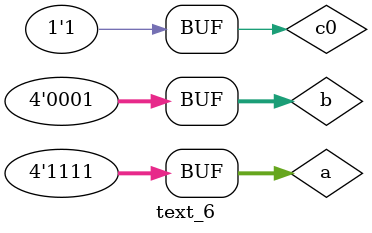
<source format=v>
`timescale 1ns / 1ps



module text_6;

	// Inputs
	reg [3:0] a;
	reg [3:0] b;
	reg c0;

	// Outputs
	wire c4;
	wire [3:0] f;

	// Instantiate the Unit Under Test (UUT)
	Demo_6 uut (
		.a(a), 
		.b(b), 
		.c0(c0), 
		.c4(c4), 
		.f(f)
	);

	initial begin
		// Initialize Inputs
		a = 0;
		b = 0;
		c0 = 0;

		// Wait 100 ns for global reset to finish
		#100;
        
		// Add stimulus here
      #100;
		a=4'b0000;b=4'b0001;c0=1;
		#100;
		a=4'b0001;b=4'b0001;c0=1;
		#100;
		a=4'b1111;b=4'b0001;c0=1;
	end
      
endmodule


</source>
